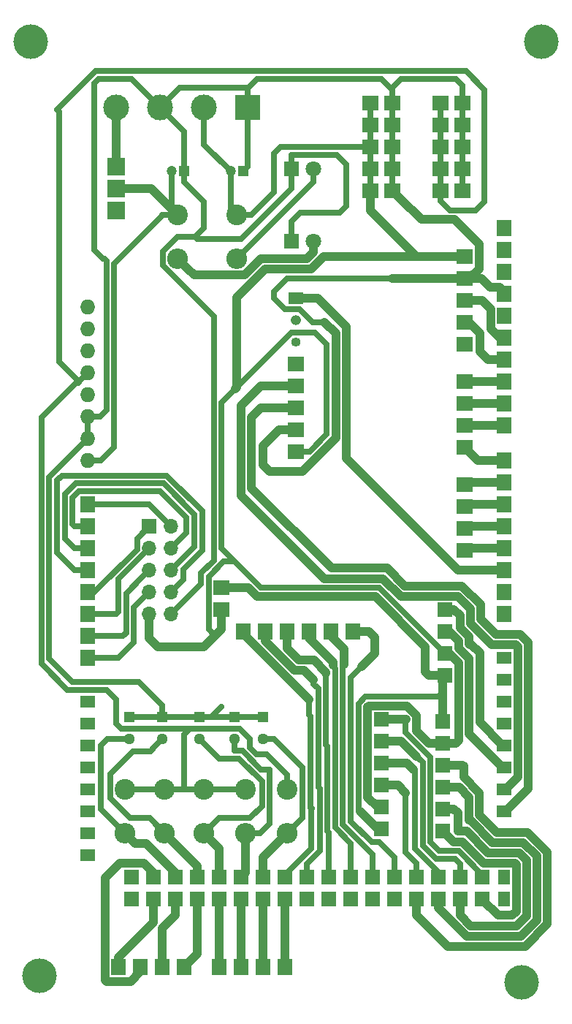
<source format=gbr>
G04 #@! TF.GenerationSoftware,KiCad,Pcbnew,(5.1.2)-2*
G04 #@! TF.CreationDate,2020-04-13T13:08:01+07:00*
G04 #@! TF.ProjectId,arduino_due_shield,61726475-696e-46f5-9f64-75655f736869,rev?*
G04 #@! TF.SameCoordinates,Original*
G04 #@! TF.FileFunction,Copper,L2,Bot*
G04 #@! TF.FilePolarity,Positive*
%FSLAX46Y46*%
G04 Gerber Fmt 4.6, Leading zero omitted, Abs format (unit mm)*
G04 Created by KiCad (PCBNEW (5.1.2)-2) date 2020-04-13 13:08:01*
%MOMM*%
%LPD*%
G04 APERTURE LIST*
%ADD10R,1.700000X1.900000*%
%ADD11O,1.727200X1.727200*%
%ADD12R,1.727200X1.400000*%
%ADD13R,1.400000X1.727200*%
%ADD14R,1.700000X1.800000*%
%ADD15R,1.900000X1.700000*%
%ADD16R,1.800000X1.700000*%
%ADD17R,1.200000X1.200000*%
%ADD18C,1.200000*%
%ADD19C,1.800000*%
%ADD20R,1.800000X1.800000*%
%ADD21C,3.000000*%
%ADD22R,3.000000X3.000000*%
%ADD23R,1.300000X1.300000*%
%ADD24O,1.300000X1.300000*%
%ADD25R,1.700000X1.700000*%
%ADD26O,1.100000X1.100000*%
%ADD27O,1.200000X1.200000*%
%ADD28R,1.700000X1.400000*%
%ADD29C,2.400000*%
%ADD30O,2.400000X2.400000*%
%ADD31O,1.700000X1.700000*%
%ADD32R,2.000000X2.000000*%
%ADD33C,4.000000*%
%ADD34C,0.700000*%
%ADD35C,1.000000*%
G04 APERTURE END LIST*
D10*
X98806000Y-91694000D03*
D11*
X98806000Y-86614000D03*
X98806000Y-84074000D03*
X98806000Y-81534000D03*
X98806000Y-78994000D03*
X98806000Y-76454000D03*
X98806000Y-73914000D03*
X98806000Y-71374000D03*
D12*
X147066000Y-127254000D03*
X147066000Y-124714000D03*
X147066000Y-122174000D03*
X147066000Y-119634000D03*
X147066000Y-117094000D03*
X147066000Y-114554000D03*
X147066000Y-112014000D03*
X147066000Y-109474000D03*
D10*
X147066000Y-104394000D03*
X147066000Y-101854000D03*
X147066000Y-99314000D03*
X147066000Y-96774000D03*
X147066000Y-94234000D03*
X147066000Y-91694000D03*
X147066000Y-89154000D03*
X147066000Y-86614000D03*
X147066000Y-67310000D03*
X147066000Y-82550000D03*
X147066000Y-80010000D03*
X147066000Y-77470000D03*
X147066000Y-59690000D03*
X147066000Y-62230000D03*
X147066000Y-64770000D03*
X147066000Y-69850000D03*
X147066000Y-72390000D03*
X147066000Y-74930000D03*
D11*
X98806000Y-68834000D03*
D10*
X98806000Y-94234000D03*
X98806000Y-96774000D03*
X98806000Y-99314000D03*
X98806000Y-101854000D03*
X98806000Y-104394000D03*
X98806000Y-106934000D03*
X98806000Y-109474000D03*
D12*
X98806000Y-114554000D03*
X98806000Y-117094000D03*
X98806000Y-119634000D03*
X98806000Y-122174000D03*
X98806000Y-124714000D03*
X98806000Y-127254000D03*
X98806000Y-129794000D03*
X98806000Y-132334000D03*
D13*
X147066000Y-134874000D03*
X147066000Y-137414000D03*
D14*
X144526000Y-134874000D03*
X144526000Y-137414000D03*
X141986000Y-134874000D03*
X141986000Y-137414000D03*
X139446000Y-134874000D03*
X139446000Y-137414000D03*
X136906000Y-134874000D03*
X136906000Y-137414000D03*
X134366000Y-134874000D03*
X134366000Y-137414000D03*
X131826000Y-134874000D03*
X131826000Y-137414000D03*
X129286000Y-134874000D03*
X129286000Y-137414000D03*
X126746000Y-134874000D03*
X126746000Y-137414000D03*
X124206000Y-134874000D03*
X124206000Y-137414000D03*
X121666000Y-134874000D03*
X121666000Y-137414000D03*
X119126000Y-134874000D03*
X119126000Y-137414000D03*
X116586000Y-134874000D03*
X116586000Y-137414000D03*
X114046000Y-134874000D03*
X114046000Y-137414000D03*
X111506000Y-134874000D03*
X111506000Y-137414000D03*
X108966000Y-134874000D03*
X108966000Y-137414000D03*
X106426000Y-134874000D03*
X106426000Y-137414000D03*
X103886000Y-134874000D03*
X103886000Y-137414000D03*
D15*
X114300000Y-103886000D03*
X114300000Y-101346000D03*
X142494000Y-62992000D03*
X142494000Y-65532000D03*
X142494000Y-68072000D03*
X142494000Y-70612000D03*
X142494000Y-73152000D03*
D16*
X132842000Y-129286000D03*
X132842000Y-126746000D03*
X132842000Y-124206000D03*
X132842000Y-121666000D03*
X132842000Y-119126000D03*
X132842000Y-116586000D03*
D17*
X109982000Y-53086000D03*
D18*
X108482000Y-53086000D03*
X115340000Y-53086000D03*
D17*
X116840000Y-53086000D03*
D19*
X124968000Y-61214000D03*
D20*
X122428000Y-61214000D03*
X122428000Y-52832000D03*
D19*
X124968000Y-52832000D03*
D16*
X140208000Y-103886000D03*
X140208000Y-106426000D03*
X140208000Y-108966000D03*
X140208000Y-111506000D03*
D21*
X112268000Y-45720000D03*
X107188000Y-45720000D03*
D22*
X117348000Y-45720000D03*
D21*
X102108000Y-45720000D03*
D10*
X102362000Y-145288000D03*
X104902000Y-145288000D03*
X107442000Y-145288000D03*
X109982000Y-145288000D03*
X121666000Y-145288000D03*
X119126000Y-145288000D03*
X116586000Y-145288000D03*
X114046000Y-145288000D03*
D15*
X142494000Y-97028000D03*
X142494000Y-94488000D03*
X142494000Y-91948000D03*
X142494000Y-89408000D03*
D23*
X119126000Y-116332000D03*
D24*
X119126000Y-118872000D03*
D15*
X142494000Y-77470000D03*
X142494000Y-80010000D03*
X142494000Y-82550000D03*
X142494000Y-85090000D03*
D24*
X115824000Y-118872000D03*
D23*
X115824000Y-116332000D03*
X111760000Y-116332000D03*
D24*
X111760000Y-118872000D03*
D16*
X139954000Y-129540000D03*
X139954000Y-127000000D03*
X139954000Y-124460000D03*
X139954000Y-121920000D03*
X139954000Y-119380000D03*
D25*
X139954000Y-116840000D03*
D24*
X107442000Y-118872000D03*
D23*
X107442000Y-116332000D03*
X103632000Y-116332000D03*
D24*
X103632000Y-118872000D03*
D15*
X122936000Y-85598000D03*
X122936000Y-83058000D03*
X122936000Y-80518000D03*
X122936000Y-77978000D03*
X122936000Y-75438000D03*
D26*
X122936000Y-72898000D03*
D27*
X122936000Y-70358000D03*
D28*
X122936000Y-67818000D03*
D10*
X116840000Y-106426000D03*
X119380000Y-106426000D03*
X121920000Y-106426000D03*
X124460000Y-106426000D03*
X127000000Y-106426000D03*
X129540000Y-106426000D03*
D29*
X121920000Y-124714000D03*
D30*
X121920000Y-129794000D03*
X117094000Y-129794000D03*
D29*
X117094000Y-124714000D03*
X112268000Y-124714000D03*
D30*
X112268000Y-129794000D03*
X107696000Y-129794000D03*
D29*
X107696000Y-124714000D03*
X103124000Y-124714000D03*
D30*
X103124000Y-129794000D03*
D15*
X131572000Y-45212000D03*
X134112000Y-45212000D03*
X131572000Y-47752000D03*
X134112000Y-47752000D03*
X131572000Y-50292000D03*
X134112000Y-50292000D03*
X131572000Y-52832000D03*
X134112000Y-52832000D03*
X131572000Y-55372000D03*
X134112000Y-55372000D03*
X139700000Y-45212000D03*
X142240000Y-45212000D03*
X139700000Y-47752000D03*
X142240000Y-47752000D03*
X139700000Y-50292000D03*
X142240000Y-50292000D03*
X139700000Y-52832000D03*
X142240000Y-52832000D03*
X139700000Y-55372000D03*
X142240000Y-55372000D03*
D30*
X109220000Y-63246000D03*
D29*
X109220000Y-58166000D03*
X116078000Y-58166000D03*
D30*
X116078000Y-63246000D03*
D25*
X105918000Y-94234000D03*
D31*
X108458000Y-94234000D03*
X105918000Y-96774000D03*
X108458000Y-96774000D03*
X105918000Y-99314000D03*
X108458000Y-99314000D03*
X105918000Y-101854000D03*
X108458000Y-101854000D03*
X105918000Y-104394000D03*
X108458000Y-104394000D03*
D32*
X102108000Y-52578000D03*
X102108000Y-55118000D03*
X102108000Y-57658000D03*
D33*
X151384000Y-38100000D03*
X92202000Y-38100000D03*
X93218000Y-146304000D03*
X149098000Y-147066000D03*
D34*
X142240000Y-45212000D02*
X142240000Y-47752000D01*
X142240000Y-47752000D02*
X142240000Y-50292000D01*
X142240000Y-50292000D02*
X142240000Y-52832000D01*
X142240000Y-52832000D02*
X142240000Y-55372000D01*
X109982000Y-48514000D02*
X107188000Y-45720000D01*
X109982000Y-53086000D02*
X109982000Y-48514000D01*
X117348000Y-52578000D02*
X116840000Y-53086000D01*
X117348000Y-45720000D02*
X117348000Y-52578000D01*
X122467990Y-51192010D02*
X127646010Y-51192010D01*
X122428000Y-52832000D02*
X122428000Y-51232000D01*
X122428000Y-51232000D02*
X122467990Y-51192010D01*
X127646010Y-51192010D02*
X128778000Y-52324000D01*
X128778000Y-52324000D02*
X128778000Y-57150000D01*
X128778000Y-57150000D02*
X128016000Y-57912000D01*
X122428000Y-58928000D02*
X122428000Y-61214000D01*
X123444000Y-57912000D02*
X122428000Y-58928000D01*
X117348000Y-43520000D02*
X117348000Y-45720000D01*
X117262000Y-43434000D02*
X117348000Y-43520000D01*
X109474000Y-43434000D02*
X117262000Y-43434000D01*
X107188000Y-45720000D02*
X109474000Y-43434000D01*
X117348000Y-43520000D02*
X118450000Y-42418000D01*
X118450000Y-42418000D02*
X132842000Y-42418000D01*
X134112000Y-43688000D02*
X134112000Y-45212000D01*
X132842000Y-42418000D02*
X134112000Y-43688000D01*
X134112000Y-45212000D02*
X134112000Y-43434000D01*
X134112000Y-43434000D02*
X135128000Y-42418000D01*
X135128000Y-42418000D02*
X141478000Y-42418000D01*
X142240000Y-43180000D02*
X142240000Y-43942000D01*
X141478000Y-42418000D02*
X142240000Y-43180000D01*
X142240000Y-43942000D02*
X142240000Y-45212000D01*
X111760000Y-116332000D02*
X115824000Y-116332000D01*
X119126000Y-116332000D02*
X115824000Y-116332000D01*
X107442000Y-116332000D02*
X103632000Y-116332000D01*
X134112000Y-45212000D02*
X134112000Y-47752000D01*
X134112000Y-47752000D02*
X134112000Y-50292000D01*
X134112000Y-50292000D02*
X134112000Y-52832000D01*
X134112000Y-55372000D02*
X134112000Y-52832000D01*
X98806000Y-81534000D02*
X98806000Y-84074000D01*
X113110000Y-116332000D02*
X111760000Y-116332000D01*
X114300000Y-115142000D02*
X113110000Y-116332000D01*
X127254000Y-57912000D02*
X123444000Y-57912000D01*
X128016000Y-57912000D02*
X127254000Y-57912000D01*
X109982000Y-54386000D02*
X109982000Y-53086000D01*
X112268000Y-56672000D02*
X109982000Y-54386000D01*
X112268000Y-59690000D02*
X112268000Y-56672000D01*
X103886000Y-42418000D02*
X100078806Y-42418000D01*
X107188000Y-45720000D02*
X103886000Y-42418000D01*
X99568000Y-42928806D02*
X99568000Y-62230000D01*
X100078806Y-42418000D02*
X99568000Y-42928806D01*
X100737844Y-63246000D02*
X100953990Y-63462148D01*
X99568000Y-62230000D02*
X100584000Y-63246000D01*
X100584000Y-63246000D02*
X100737844Y-63246000D01*
X100953990Y-63462148D02*
X100953990Y-80772000D01*
X100191990Y-81534000D02*
X98806000Y-81534000D01*
X100953990Y-80772000D02*
X100191990Y-81534000D01*
X122428000Y-52832000D02*
X122428000Y-55118000D01*
X122428000Y-55118000D02*
X116586000Y-60960000D01*
X111506000Y-60960000D02*
X111252000Y-60706000D01*
X116586000Y-60960000D02*
X111506000Y-60960000D01*
X111252000Y-60706000D02*
X112268000Y-59690000D01*
X107442000Y-116332000D02*
X111760000Y-116332000D01*
D35*
X132371998Y-129286000D02*
X130339998Y-127254000D01*
X132842000Y-129286000D02*
X132371998Y-129286000D01*
X139954000Y-111760000D02*
X140208000Y-111506000D01*
D34*
X139579978Y-113792000D02*
X139954000Y-113792000D01*
X139385989Y-113985989D02*
X139579978Y-113792000D01*
D35*
X139954000Y-116840000D02*
X139954000Y-113792000D01*
D34*
X130339998Y-127254000D02*
X130163991Y-127077993D01*
D35*
X139954000Y-113792000D02*
X139954000Y-111760000D01*
D34*
X130163991Y-127077993D02*
X130163991Y-114769069D01*
X130163991Y-114769069D02*
X130947071Y-113985989D01*
X130947071Y-113985989D02*
X139385989Y-113985989D01*
D35*
X147066000Y-67056000D02*
X146558000Y-66548000D01*
X147066000Y-67310000D02*
X147066000Y-67056000D01*
X144444000Y-65532000D02*
X142494000Y-65532000D01*
X145460000Y-66548000D02*
X144444000Y-65532000D01*
X146558000Y-66548000D02*
X145460000Y-66548000D01*
X134961999Y-56221999D02*
X134112000Y-55372000D01*
X137448010Y-58708010D02*
X134961999Y-56221999D01*
X141270012Y-58708010D02*
X137448010Y-58708010D01*
X144144001Y-61581999D02*
X141270012Y-58708010D01*
X144144001Y-64402001D02*
X144144001Y-61581999D01*
X143014002Y-65532000D02*
X144144001Y-64402001D01*
X142494000Y-65532000D02*
X143014002Y-65532000D01*
X120986000Y-83058000D02*
X119126000Y-84918000D01*
X122936000Y-83058000D02*
X120986000Y-83058000D01*
X119126000Y-84918000D02*
X119126000Y-87122000D01*
X119126000Y-87122000D02*
X119888000Y-87884000D01*
X123684938Y-87884000D02*
X127542010Y-84026928D01*
X119888000Y-87884000D02*
X123684938Y-87884000D01*
X127542010Y-84026928D02*
X127542010Y-71916010D01*
X127542010Y-71916010D02*
X126238000Y-70612000D01*
D34*
X121645999Y-69068001D02*
X120396000Y-67818002D01*
X123348003Y-69068001D02*
X121645999Y-69068001D01*
X126238000Y-70612000D02*
X124892002Y-70612000D01*
X124892002Y-70612000D02*
X123348003Y-69068001D01*
X120396000Y-67056000D02*
X121920000Y-65532000D01*
X120396000Y-67818002D02*
X120396000Y-67056000D01*
X121920000Y-65532000D02*
X134112000Y-65532000D01*
D35*
X142494000Y-65532000D02*
X140544000Y-65532000D01*
X140544000Y-65532000D02*
X134112000Y-65532000D01*
X117387062Y-101346000D02*
X118437072Y-102396010D01*
X114300000Y-101346000D02*
X117387062Y-101346000D01*
X118437072Y-102396010D02*
X132153072Y-102396010D01*
X132153072Y-102396010D02*
X137922000Y-108164938D01*
X138308000Y-111506000D02*
X140208000Y-111506000D01*
X137922000Y-111120000D02*
X138308000Y-111506000D01*
X137922000Y-108164938D02*
X137922000Y-111120000D01*
D34*
X107469999Y-62405999D02*
X109169998Y-60706000D01*
X108458000Y-104394000D02*
X111899989Y-100952011D01*
X111899990Y-99683202D02*
X113399991Y-98183201D01*
X113399991Y-98183201D02*
X113399991Y-69965991D01*
X109169998Y-60706000D02*
X111252000Y-60706000D01*
X111899989Y-100952011D02*
X111899990Y-99683202D01*
X113399991Y-69965991D02*
X107469999Y-64035999D01*
X107469999Y-64035999D02*
X107469999Y-62405999D01*
X97942401Y-84937599D02*
X98806000Y-84074000D01*
X107442000Y-116332000D02*
X107442000Y-114982000D01*
X104728000Y-112268000D02*
X97028000Y-112268000D01*
X97028000Y-112268000D02*
X94327972Y-109567972D01*
X94327972Y-109567972D02*
X94327972Y-88552028D01*
X107442000Y-114982000D02*
X104728000Y-112268000D01*
X94327972Y-88552028D02*
X97942401Y-84937599D01*
X108482000Y-57428000D02*
X109220000Y-58166000D01*
X108482000Y-53086000D02*
X108482000Y-57428000D01*
X109220000Y-58166000D02*
X107381870Y-58166000D01*
X100330000Y-86614000D02*
X98806000Y-86614000D01*
X101854000Y-85090000D02*
X100330000Y-86614000D01*
X101854000Y-63834944D02*
X101854000Y-85090000D01*
X109220000Y-58166000D02*
X107522944Y-58166000D01*
X107522944Y-58166000D02*
X101854000Y-63834944D01*
D35*
X106172000Y-55118000D02*
X109220000Y-58166000D01*
X102108000Y-55118000D02*
X106172000Y-55118000D01*
D34*
X131572000Y-45212000D02*
X131572000Y-47752000D01*
X131572000Y-47752000D02*
X131572000Y-50292000D01*
X131572000Y-50292000D02*
X131572000Y-52832000D01*
X131572000Y-52832000D02*
X131572000Y-55372000D01*
X112268000Y-50014000D02*
X115340000Y-53086000D01*
X112268000Y-45720000D02*
X112268000Y-50014000D01*
X115340000Y-57428000D02*
X116078000Y-58166000D01*
X115340000Y-53086000D02*
X115340000Y-57428000D01*
X117775056Y-58166000D02*
X120396000Y-55545056D01*
X116078000Y-58166000D02*
X117775056Y-58166000D01*
X120396000Y-55545056D02*
X120396000Y-51054000D01*
X121158000Y-50292000D02*
X131572000Y-50292000D01*
X120396000Y-51054000D02*
X121158000Y-50292000D01*
X124486000Y-85598000D02*
X126492000Y-83592000D01*
X122936000Y-85598000D02*
X124486000Y-85598000D01*
X126492000Y-83592000D02*
X126492000Y-73152000D01*
X125137999Y-71797999D02*
X122407999Y-71797999D01*
X126492000Y-73152000D02*
X125137999Y-71797999D01*
X132588000Y-101346000D02*
X140208000Y-108966000D01*
X132588000Y-101346000D02*
X118872000Y-101346000D01*
X114300000Y-96774000D02*
X114300000Y-79905998D01*
X118872000Y-101346000D02*
X116205000Y-98679000D01*
D35*
X136906000Y-116119868D02*
X136906000Y-117934124D01*
X132371998Y-126746000D02*
X131241999Y-125616001D01*
X132842000Y-126746000D02*
X132371998Y-126746000D01*
X131241999Y-125616001D02*
X131241999Y-115175999D01*
X131241999Y-115175999D02*
X131381999Y-115035999D01*
X131381999Y-115035999D02*
X135822131Y-115035999D01*
X135822131Y-115035999D02*
X136906000Y-116119868D01*
X138351876Y-119380000D02*
X139954000Y-119380000D01*
X136906000Y-117934124D02*
X138351876Y-119380000D01*
X141808001Y-110095999D02*
X141808001Y-119049999D01*
X140208000Y-108966000D02*
X140678002Y-108966000D01*
X140678002Y-108966000D02*
X141808001Y-110095999D01*
X141478000Y-119380000D02*
X139954000Y-119380000D01*
X141808001Y-119049999D02*
X141478000Y-119380000D01*
X131572000Y-57658000D02*
X131572000Y-55372000D01*
X136906000Y-62992000D02*
X131572000Y-57658000D01*
X142494000Y-62992000D02*
X136906000Y-62992000D01*
X126159862Y-62992000D02*
X124705852Y-64446010D01*
X142494000Y-62992000D02*
X126159862Y-62992000D01*
X119387062Y-64446010D02*
X116078000Y-67755072D01*
X124705852Y-64446010D02*
X119387062Y-64446010D01*
X116078000Y-78127998D02*
X115898999Y-78306999D01*
X116078000Y-67755072D02*
X116078000Y-78127998D01*
D34*
X122407999Y-71797999D02*
X115898999Y-78306999D01*
X115898999Y-78306999D02*
X114300000Y-79905998D01*
D35*
X105918000Y-104394000D02*
X105918000Y-107188000D01*
X105918000Y-107188000D02*
X106934000Y-108204000D01*
X106934000Y-108204000D02*
X112268000Y-108204000D01*
X114300000Y-106172000D02*
X114300000Y-103886000D01*
D34*
X112799999Y-106195999D02*
X113538000Y-106934000D01*
X112799999Y-100055999D02*
X112799999Y-106195999D01*
X114557998Y-98298000D02*
X112799999Y-100055999D01*
X115824000Y-98298000D02*
X114557998Y-98298000D01*
X116205000Y-98679000D02*
X115824000Y-98298000D01*
X115824000Y-98298000D02*
X114300000Y-96774000D01*
D35*
X112268000Y-108204000D02*
X113538000Y-106934000D01*
X113538000Y-106934000D02*
X114300000Y-106172000D01*
X124968000Y-62486792D02*
X124208792Y-63246000D01*
X124968000Y-61214000D02*
X124968000Y-62486792D01*
X110419999Y-64445999D02*
X109220000Y-63246000D01*
X111120001Y-65146001D02*
X110419999Y-64445999D01*
X116990001Y-65146001D02*
X111120001Y-65146001D01*
X118890002Y-63246000D02*
X116990001Y-65146001D01*
X124208792Y-63246000D02*
X118890002Y-63246000D01*
D34*
X124968000Y-54356000D02*
X116078000Y-63246000D01*
X124968000Y-52832000D02*
X124968000Y-54356000D01*
D35*
X146902400Y-119634000D02*
X144208019Y-116939619D01*
X147066000Y-119634000D02*
X146902400Y-119634000D01*
X143256000Y-107950000D02*
X143056142Y-107950000D01*
X144208019Y-116939619D02*
X144208019Y-108902019D01*
X144208019Y-108902019D02*
X143256000Y-107950000D01*
X143008010Y-107901868D02*
X143008010Y-107058938D01*
X143056142Y-107950000D02*
X143008010Y-107901868D01*
X143008010Y-107058938D02*
X141926536Y-105977464D01*
X141926536Y-105977464D02*
X141926536Y-104588536D01*
X141224000Y-103886000D02*
X140208000Y-103886000D01*
X141926536Y-104588536D02*
X141224000Y-103886000D01*
X143008011Y-118279611D02*
X143008010Y-109598938D01*
X147066000Y-122174000D02*
X146902400Y-122174000D01*
X146902400Y-122174000D02*
X143008011Y-118279611D01*
X143008010Y-109598938D02*
X141808001Y-108398929D01*
X140678002Y-106426000D02*
X140208000Y-106426000D01*
X141808001Y-107555999D02*
X140678002Y-106426000D01*
X141808001Y-108398929D02*
X141808001Y-107555999D01*
D34*
X105918000Y-91694000D02*
X108458000Y-94234000D01*
X98806000Y-91694000D02*
X105918000Y-91694000D01*
X105068001Y-97623999D02*
X105918000Y-96774000D01*
X102339980Y-100352020D02*
X105068001Y-97623999D01*
X102339980Y-104162020D02*
X102339980Y-100352020D01*
X102108000Y-104394000D02*
X102339980Y-104162020D01*
X98806000Y-104394000D02*
X102108000Y-104394000D01*
X97242400Y-94234000D02*
X97028000Y-94019600D01*
X98806000Y-94234000D02*
X97242400Y-94234000D01*
X97028000Y-90918398D02*
X97776398Y-90170000D01*
X97028000Y-94019600D02*
X97028000Y-90918398D01*
X97776398Y-90170000D02*
X107188000Y-90170000D01*
X107188000Y-90170000D02*
X110236000Y-93218000D01*
X110236000Y-94996000D02*
X108458000Y-96774000D01*
X110236000Y-93218000D02*
X110236000Y-94996000D01*
X105068001Y-100163999D02*
X105918000Y-99314000D01*
X103239990Y-101992010D02*
X105068001Y-100163999D01*
X103239990Y-106564010D02*
X103239990Y-101992010D01*
X102870000Y-106934000D02*
X103239990Y-106564010D01*
X98806000Y-106934000D02*
X102870000Y-106934000D01*
X109307999Y-98464001D02*
X108458000Y-99314000D01*
X111136010Y-96635990D02*
X109307999Y-98464001D01*
X111136010Y-92845204D02*
X111136010Y-96635990D01*
X97403602Y-89269990D02*
X107560797Y-89269991D01*
X96127991Y-90545601D02*
X97403602Y-89269990D01*
X107560797Y-89269991D02*
X111136010Y-92845204D01*
X96127991Y-95659591D02*
X96127991Y-90545601D01*
X97242400Y-96774000D02*
X96127991Y-95659591D01*
X98806000Y-96774000D02*
X97242400Y-96774000D01*
X104140000Y-103632000D02*
X105918000Y-101854000D01*
X104140000Y-107696000D02*
X104140000Y-103632000D01*
X98806000Y-109474000D02*
X102362000Y-109474000D01*
X102362000Y-109474000D02*
X104140000Y-107696000D01*
X97242400Y-99314000D02*
X98806000Y-99314000D01*
X95227981Y-97299581D02*
X97242400Y-99314000D01*
X95227981Y-88924825D02*
X95227981Y-97299581D01*
X108458000Y-101854000D02*
X109858001Y-100453999D01*
X109858001Y-100453999D02*
X109858001Y-99186805D01*
X109858001Y-99186805D02*
X112036020Y-97008786D01*
X95782824Y-88369982D02*
X95227981Y-88924825D01*
X112036020Y-97008786D02*
X112036019Y-92472407D01*
X112036019Y-92472407D02*
X107933592Y-88369982D01*
X107933592Y-88369982D02*
X95782824Y-88369982D01*
D35*
X102362000Y-144220930D02*
X102362000Y-145288000D01*
X106426000Y-140156930D02*
X102362000Y-144220930D01*
X106426000Y-137414000D02*
X106426000Y-140156930D01*
X106426000Y-134403998D02*
X106426000Y-134874000D01*
X105296001Y-133273999D02*
X106426000Y-134403998D01*
X102475999Y-133273999D02*
X105296001Y-133273999D01*
X100811999Y-134937999D02*
X102475999Y-133273999D01*
X100811999Y-146798001D02*
X100811999Y-134937999D01*
X100951999Y-146938001D02*
X100811999Y-146798001D01*
X103772001Y-146938001D02*
X100951999Y-146938001D01*
X104902000Y-145808002D02*
X103772001Y-146938001D01*
X104902000Y-145288000D02*
X104902000Y-145808002D01*
X107442000Y-143338000D02*
X107442000Y-145288000D01*
X107442000Y-140838000D02*
X107442000Y-143338000D01*
X108966000Y-139314000D02*
X107442000Y-140838000D01*
X108966000Y-137414000D02*
X108966000Y-139314000D01*
X111506000Y-143764000D02*
X109982000Y-145288000D01*
X111506000Y-137414000D02*
X111506000Y-143764000D01*
X121666000Y-137414000D02*
X121666000Y-145288000D01*
X119126000Y-137414000D02*
X119126000Y-145288000D01*
X116586000Y-137414000D02*
X116586000Y-145288000D01*
X114046000Y-137414000D02*
X114046000Y-145288000D01*
X142748000Y-96774000D02*
X142494000Y-97028000D01*
X147066000Y-96774000D02*
X142748000Y-96774000D01*
X142748000Y-94234000D02*
X142494000Y-94488000D01*
X147066000Y-94234000D02*
X142748000Y-94234000D01*
X142748000Y-91694000D02*
X142494000Y-91948000D01*
X147066000Y-91694000D02*
X142748000Y-91694000D01*
X142748000Y-89154000D02*
X142494000Y-89408000D01*
X147066000Y-89154000D02*
X142748000Y-89154000D01*
D34*
X123670001Y-128043999D02*
X123670001Y-122146001D01*
X121920000Y-129794000D02*
X123670001Y-128043999D01*
X120396000Y-118872000D02*
X119126000Y-118872000D01*
X123670001Y-122146001D02*
X120396000Y-118872000D01*
D35*
X119126000Y-132588000D02*
X119126000Y-134874000D01*
X121920000Y-129794000D02*
X119126000Y-132588000D01*
X147066000Y-77470000D02*
X142494000Y-77470000D01*
X147066000Y-80010000D02*
X142494000Y-80010000D01*
X147066000Y-82550000D02*
X142494000Y-82550000D01*
X144018000Y-86614000D02*
X142494000Y-85090000D01*
X147066000Y-86614000D02*
X144018000Y-86614000D01*
D34*
X118791056Y-129794000D02*
X119888000Y-128697056D01*
X117094000Y-129794000D02*
X118791056Y-129794000D01*
X119888000Y-128697056D02*
X119888000Y-122428000D01*
X115824000Y-120265999D02*
X115824000Y-118872000D01*
X115824000Y-120265999D02*
X116712806Y-120266000D01*
X118874806Y-122428000D02*
X119888000Y-122428000D01*
X116712806Y-120266000D02*
X118874806Y-122428000D01*
D35*
X117094000Y-134366000D02*
X116586000Y-134874000D01*
X117094000Y-129794000D02*
X117094000Y-134366000D01*
X146545998Y-72390000D02*
X145515999Y-71360001D01*
X147066000Y-72390000D02*
X146545998Y-72390000D01*
X145515999Y-71360001D02*
X145515999Y-69061999D01*
X144526000Y-68072000D02*
X142494000Y-68072000D01*
X145515999Y-69061999D02*
X144526000Y-68072000D01*
X145216000Y-74930000D02*
X144272000Y-73986000D01*
X147066000Y-74930000D02*
X145216000Y-74930000D01*
X143014002Y-70612000D02*
X142494000Y-70612000D01*
X144272000Y-71869998D02*
X143014002Y-70612000D01*
X144272000Y-73986000D02*
X144272000Y-71869998D01*
D34*
X117574001Y-128043999D02*
X118987990Y-126630010D01*
X112268000Y-129794000D02*
X114018001Y-128043999D01*
X114018001Y-128043999D02*
X117574001Y-128043999D01*
X112609999Y-119721999D02*
X111760000Y-118872000D01*
X114054009Y-121166009D02*
X112609999Y-119721999D01*
X116340009Y-121166009D02*
X114054009Y-121166009D01*
X118987990Y-123813990D02*
X116340009Y-121166009D01*
X118987990Y-126630010D02*
X118987990Y-123813990D01*
D35*
X114046000Y-131572000D02*
X114046000Y-134874000D01*
X112268000Y-129794000D02*
X114046000Y-131572000D01*
D34*
X139700000Y-45212000D02*
X139700000Y-47752000D01*
X139700000Y-47752000D02*
X139700000Y-50292000D01*
X139700000Y-50292000D02*
X139700000Y-52832000D01*
X139700000Y-52832000D02*
X139700000Y-55372000D01*
X103124000Y-124714000D02*
X107696000Y-124714000D01*
X112268000Y-124714000D02*
X117094000Y-124714000D01*
X119553056Y-120650000D02*
X118369612Y-120650000D01*
X121920000Y-124714000D02*
X121920000Y-123016944D01*
X121920000Y-123016944D02*
X119553056Y-120650000D01*
X118369612Y-120650000D02*
X117602000Y-119882388D01*
X116400001Y-117671999D02*
X110674001Y-117671999D01*
X117602000Y-119882388D02*
X117602000Y-118873998D01*
X117602000Y-118873998D02*
X116400001Y-117671999D01*
X109982000Y-118364000D02*
X109982000Y-124714000D01*
X110674001Y-117671999D02*
X109982000Y-118364000D01*
X107696000Y-124714000D02*
X109982000Y-124714000D01*
X109982000Y-124714000D02*
X112268000Y-124714000D01*
X97942401Y-77317599D02*
X98806000Y-76454000D01*
X97663000Y-77343000D02*
X97663000Y-77597000D01*
X95504000Y-46228000D02*
X95504000Y-75184000D01*
X99706010Y-41517990D02*
X95250000Y-45974000D01*
X142609990Y-41517990D02*
X99706010Y-41517990D01*
X144780000Y-43688000D02*
X142609990Y-41517990D01*
X144780000Y-56642000D02*
X144780000Y-43688000D01*
X95250000Y-45974000D02*
X95504000Y-46228000D01*
X97663000Y-77597000D02*
X97942401Y-77317599D01*
X139700000Y-55372000D02*
X139700000Y-56574081D01*
X139700000Y-56574081D02*
X140783919Y-57658000D01*
X140783919Y-57658000D02*
X143764000Y-57658000D01*
X143764000Y-57658000D02*
X144780000Y-56642000D01*
X95504000Y-75184000D02*
X97409000Y-77089000D01*
X97409000Y-77089000D02*
X97663000Y-77343000D01*
X102681997Y-117671999D02*
X110674001Y-117671999D01*
X102108000Y-117098002D02*
X102681997Y-117671999D01*
X93427962Y-81578038D02*
X93427962Y-110191962D01*
X93427962Y-110191962D02*
X96404009Y-113168009D01*
X96404009Y-113168009D02*
X100976010Y-113168010D01*
X97663000Y-77343000D02*
X93427962Y-81578038D01*
X100976010Y-113168010D02*
X102108000Y-114300000D01*
X102108000Y-114300000D02*
X102108000Y-117098002D01*
X144526000Y-137577600D02*
X144780000Y-137831600D01*
X144526000Y-137414000D02*
X144526000Y-137577600D01*
D35*
X141189991Y-130775991D02*
X139954000Y-129540000D01*
X142209334Y-130775992D02*
X141189991Y-130775991D01*
X144707343Y-133273999D02*
X142209334Y-130775992D01*
X148289601Y-133273999D02*
X144707343Y-133273999D01*
X144526000Y-137464000D02*
X146376000Y-139314000D01*
X144526000Y-137414000D02*
X144526000Y-137464000D01*
X147989602Y-139314000D02*
X148466001Y-138837601D01*
X146376000Y-139314000D02*
X147989602Y-139314000D01*
X148466001Y-138837601D02*
X148466001Y-133450399D01*
X148466001Y-133450399D02*
X148289601Y-133273999D01*
X141986000Y-139314000D02*
X143186010Y-140514010D01*
X141986000Y-137414000D02*
X141986000Y-139314000D01*
X143186010Y-140514010D02*
X148486663Y-140514009D01*
X148486663Y-140514009D02*
X149666011Y-139334661D01*
X148786661Y-132073989D02*
X145204401Y-132073989D01*
X149666011Y-139334661D02*
X149666010Y-132953338D01*
X149666010Y-132953338D02*
X148786661Y-132073989D01*
X145204401Y-132073989D02*
X142706394Y-129575983D01*
X142706394Y-129575983D02*
X141687053Y-129575983D01*
X141687053Y-129575983D02*
X141687053Y-127463053D01*
X141224000Y-127000000D02*
X139954000Y-127000000D01*
X141687053Y-127463053D02*
X141224000Y-127000000D01*
X150866019Y-132456277D02*
X149283721Y-130873979D01*
X150866020Y-139831720D02*
X150866019Y-132456277D01*
X148983724Y-141714018D02*
X150866020Y-139831720D01*
X142688950Y-141714018D02*
X148983724Y-141714018D01*
X139446000Y-137414000D02*
X139446000Y-138471096D01*
X139446000Y-138471096D02*
X142688950Y-141714018D01*
X149283721Y-130873979D02*
X145701460Y-130873979D01*
X145701460Y-130873979D02*
X143203454Y-128375973D01*
X143107973Y-128375973D02*
X143002000Y-128270000D01*
X143203454Y-128375973D02*
X143107973Y-128375973D01*
X141854000Y-124460000D02*
X139954000Y-124460000D01*
X143002000Y-125608000D02*
X141854000Y-124460000D01*
X143002000Y-128270000D02*
X143002000Y-125608000D01*
X152066028Y-131959216D02*
X149780781Y-129673969D01*
X152066028Y-140328780D02*
X152066028Y-131959216D01*
X149480780Y-142914028D02*
X152066028Y-140328780D01*
X140506028Y-142914028D02*
X149480780Y-142914028D01*
X136906000Y-137414000D02*
X136906000Y-139314000D01*
X136906000Y-139314000D02*
X140506028Y-142914028D01*
X149780781Y-129673969D02*
X146198520Y-129673969D01*
X144202009Y-125110939D02*
X142351061Y-123259991D01*
X146198520Y-129673969D02*
X144202009Y-127677458D01*
X144202009Y-127677458D02*
X144202009Y-125110939D01*
X142351061Y-123259991D02*
X142351061Y-122031061D01*
X142240000Y-121920000D02*
X139954000Y-121920000D01*
X142351061Y-122031061D02*
X142240000Y-121920000D01*
D34*
X101373999Y-125757999D02*
X101373999Y-122908001D01*
X103659999Y-128043999D02*
X101373999Y-125757999D01*
X107696000Y-129794000D02*
X105945999Y-128043999D01*
X105945999Y-128043999D02*
X103659999Y-128043999D01*
X106592001Y-119721999D02*
X107442000Y-118872000D01*
X106041999Y-120272001D02*
X106592001Y-119721999D01*
X104009999Y-120272001D02*
X106041999Y-120272001D01*
X101373999Y-122908001D02*
X104009999Y-120272001D01*
D35*
X111506000Y-133604000D02*
X111506000Y-134874000D01*
X107696000Y-129794000D02*
X111506000Y-133604000D01*
X134742000Y-124206000D02*
X135636000Y-125100000D01*
X132842000Y-124206000D02*
X134742000Y-124206000D01*
D34*
X136906000Y-133274000D02*
X136906000Y-134874000D01*
X135636000Y-132004000D02*
X136906000Y-133274000D01*
X135636000Y-125100000D02*
X135636000Y-132004000D01*
X139446000Y-134317614D02*
X136703981Y-131575593D01*
X139446000Y-134874000D02*
X139446000Y-134317614D01*
X136703981Y-131575593D02*
X136703981Y-122428001D01*
D35*
X135791979Y-121666000D02*
X136553981Y-122428002D01*
X132842000Y-121666000D02*
X135791979Y-121666000D01*
X132842000Y-119126000D02*
X135128000Y-119126000D01*
X135128000Y-119126000D02*
X136906000Y-120904000D01*
D34*
X141986000Y-133350000D02*
X141986000Y-134874000D01*
X141362010Y-132726010D02*
X141986000Y-133350000D01*
X139127202Y-132726010D02*
X141362010Y-132726010D01*
X137603990Y-131202798D02*
X139127202Y-132726010D01*
X137603991Y-121601991D02*
X137603990Y-131202798D01*
X136906000Y-120904000D02*
X137603991Y-121601991D01*
D35*
X135636000Y-116586000D02*
X135655531Y-116566469D01*
X132842000Y-116586000D02*
X135636000Y-116586000D01*
D34*
X144526000Y-134577594D02*
X144526000Y-134874000D01*
X135636000Y-116586000D02*
X135636000Y-118149062D01*
X135636000Y-118149062D02*
X138504000Y-121017062D01*
X138504000Y-121017062D02*
X138503999Y-130830001D01*
X138503999Y-130830001D02*
X139499998Y-131826000D01*
X139499998Y-131826000D02*
X141774406Y-131826000D01*
X141774406Y-131826000D02*
X144526000Y-134577594D01*
X103124000Y-129794000D02*
X100330000Y-127000000D01*
X100330000Y-127000000D02*
X100330000Y-119634000D01*
X101092000Y-118872000D02*
X103632000Y-118872000D01*
X100330000Y-119634000D02*
X101092000Y-118872000D01*
D35*
X108966000Y-134403998D02*
X108966000Y-134874000D01*
X105556001Y-130993999D02*
X108966000Y-134403998D01*
X104323999Y-130993999D02*
X105556001Y-130993999D01*
X103124000Y-129794000D02*
X104323999Y-130993999D01*
X149829610Y-107716938D02*
X148862662Y-106749990D01*
X149829611Y-124653989D02*
X149829610Y-107716938D01*
X147066000Y-127254000D02*
X147229600Y-127254000D01*
X147229600Y-127254000D02*
X149829611Y-124653989D01*
X146119990Y-106749990D02*
X144326556Y-104956556D01*
X148862662Y-106749990D02*
X146119990Y-106749990D01*
X144326555Y-103297483D02*
X142165061Y-101135989D01*
X144326556Y-104956556D02*
X144326555Y-103297483D01*
X135559997Y-101135989D02*
X133519988Y-99095980D01*
X142165061Y-101135989D02*
X135559997Y-101135989D01*
X133519988Y-99095980D02*
X127035980Y-99095980D01*
X127035980Y-99095980D02*
X117786010Y-89846010D01*
X117786010Y-89846010D02*
X117786010Y-81603990D01*
X118872000Y-80518000D02*
X122936000Y-80518000D01*
X117786010Y-81603990D02*
X118872000Y-80518000D01*
X148629601Y-108213999D02*
X148365602Y-107950000D01*
X148629601Y-123313999D02*
X148629601Y-108213999D01*
X147066000Y-124714000D02*
X147229600Y-124714000D01*
X147229600Y-124714000D02*
X148629601Y-123313999D01*
X145596142Y-107950000D02*
X143126546Y-105480404D01*
X148365602Y-107950000D02*
X145596142Y-107950000D01*
X143126546Y-103794544D02*
X141668001Y-102335999D01*
X143126546Y-105480404D02*
X143126546Y-103794544D01*
X135062937Y-102335999D02*
X133022928Y-100295990D01*
X141668001Y-102335999D02*
X135062937Y-102335999D01*
X133022928Y-100295990D02*
X126203990Y-100295990D01*
X126203990Y-100295990D02*
X116586000Y-90678000D01*
X116586000Y-90678000D02*
X116586000Y-80264000D01*
X118872000Y-77978000D02*
X122936000Y-77978000D01*
X116586000Y-80264000D02*
X118872000Y-77978000D01*
X141719998Y-99314000D02*
X128778000Y-86372002D01*
X147066000Y-99314000D02*
X141719998Y-99314000D01*
X124786000Y-67818000D02*
X122936000Y-67818000D01*
X125436938Y-67818000D02*
X124786000Y-67818000D01*
X128778000Y-71159062D02*
X125436938Y-67818000D01*
X128778000Y-86372002D02*
X128778000Y-71159062D01*
D34*
X121666000Y-134874000D02*
X121666000Y-134577594D01*
X121666000Y-134577594D02*
X124714000Y-131529594D01*
X124714000Y-131529594D02*
X124714000Y-127000000D01*
X124714000Y-127000000D02*
X124763931Y-126950069D01*
D35*
X116840000Y-106690140D02*
X124460000Y-114310140D01*
X116840000Y-106426000D02*
X116840000Y-106690140D01*
D34*
X124609999Y-126796137D02*
X124763931Y-126950069D01*
X124609999Y-116227999D02*
X124609999Y-126796137D01*
X124460000Y-116078000D02*
X124609999Y-116227999D01*
X124460000Y-114310140D02*
X124460000Y-116078000D01*
X124206000Y-133310400D02*
X125663941Y-131852459D01*
X124206000Y-134874000D02*
X124206000Y-133310400D01*
D35*
X119380000Y-107533070D02*
X122774940Y-110928010D01*
X119380000Y-106426000D02*
X119380000Y-107533070D01*
X122774940Y-110928010D02*
X123882010Y-110928010D01*
X123882010Y-110928010D02*
X124968000Y-112014000D01*
D34*
X125663941Y-124647941D02*
X125663941Y-131852459D01*
X125510009Y-124494009D02*
X125663941Y-124647941D01*
X125510009Y-113064009D02*
X125510009Y-124494009D01*
X124968000Y-112522000D02*
X125510009Y-113064009D01*
X124968000Y-112014000D02*
X124968000Y-112522000D01*
X126746000Y-134874000D02*
X126746000Y-129698420D01*
D35*
X123272000Y-109728000D02*
X125004256Y-109728000D01*
X121920000Y-106426000D02*
X121920000Y-108376000D01*
X121920000Y-108376000D02*
X123272000Y-109728000D01*
X125004256Y-109728000D02*
X126413951Y-111137695D01*
X126413951Y-111137695D02*
X126413951Y-111252000D01*
D34*
X126563951Y-129516371D02*
X126746000Y-129698420D01*
X126563951Y-119705951D02*
X126563951Y-129516371D01*
X126413951Y-119555951D02*
X126563951Y-119705951D01*
X126413951Y-111137695D02*
X126413951Y-119555951D01*
X129286000Y-130965614D02*
X127463961Y-129143575D01*
X129286000Y-134874000D02*
X129286000Y-130965614D01*
X127463961Y-129143575D02*
X127463961Y-110702767D01*
D35*
X127270028Y-109998028D02*
X127270028Y-110296702D01*
X124460000Y-106426000D02*
X124460000Y-107188000D01*
X124460000Y-107188000D02*
X127270028Y-109998028D01*
D34*
X128363971Y-128770779D02*
X128363971Y-110329971D01*
X131826000Y-134874000D02*
X131826000Y-132232808D01*
X131826000Y-132232808D02*
X128363971Y-128770779D01*
D35*
X128524000Y-110169942D02*
X128470037Y-110223905D01*
X128524000Y-108470002D02*
X128524000Y-110169942D01*
X127000000Y-106426000D02*
X127000000Y-106946002D01*
X127000000Y-106946002D02*
X128524000Y-108470002D01*
D34*
X134366000Y-132588000D02*
X132588000Y-130810000D01*
X134366000Y-134874000D02*
X134366000Y-132588000D01*
X131675998Y-130810000D02*
X129263981Y-128397983D01*
X129263981Y-128397983D02*
X129263981Y-111782019D01*
X132588000Y-130810000D02*
X131675998Y-130810000D01*
X129263981Y-111782019D02*
X130556000Y-110490000D01*
D35*
X131390000Y-106426000D02*
X132080000Y-107116000D01*
X129540000Y-106426000D02*
X131390000Y-106426000D01*
X132080000Y-107116000D02*
X132080000Y-108966000D01*
X132080000Y-108966000D02*
X130556000Y-110490000D01*
D34*
X104517999Y-95634001D02*
X105918000Y-94234000D01*
X104517999Y-96901195D02*
X104517999Y-95634001D01*
X99565194Y-101854000D02*
X104517999Y-96901195D01*
X98806000Y-101854000D02*
X99565194Y-101854000D01*
D35*
X102108000Y-45720000D02*
X102108000Y-52578000D01*
M02*

</source>
